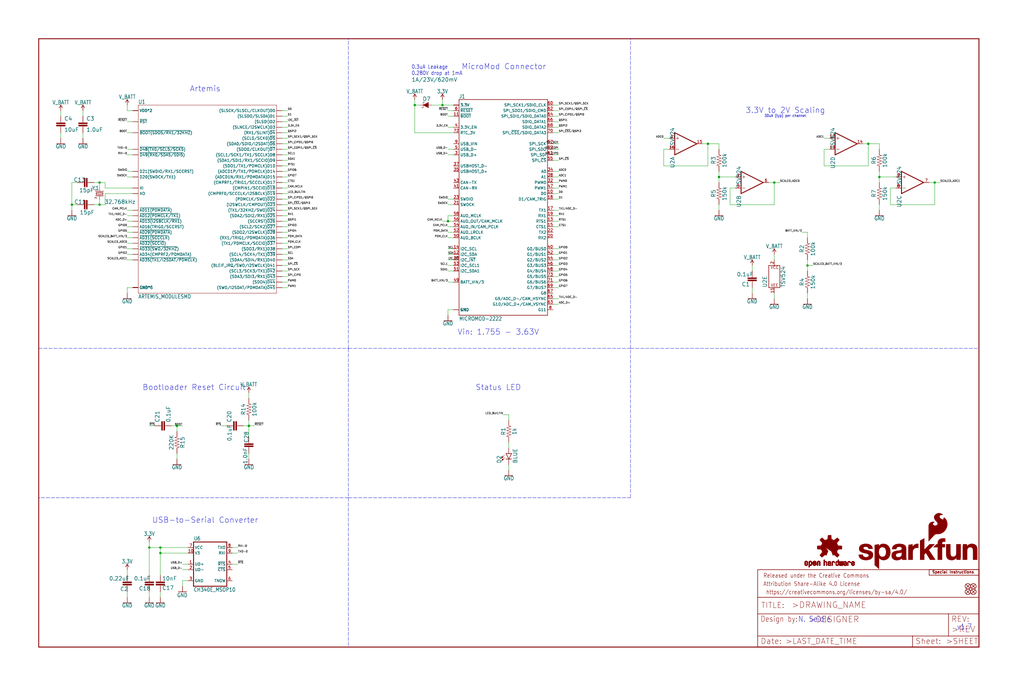
<source format=kicad_sch>
(kicad_sch (version 20211123) (generator eeschema)
  (paper "User" 470.306 317.906)
  (lib_symbols
    (symbol "schematicEagle-eagle-import:0.1UF-0402T-16V-10%"
      (property "Reference" "C" (at 1.524 2.921 0))
      (property "Value" "0.1UF-0402T-16V-10%" (at 1.524 -2.159 0))
      (symbol "0.1UF-0402T-16V-10%_1_0"
        (pin passive line (at 0 5.08 270) (length 2.54) (name "1") (number "1"))
        (pin passive line (at 0 -2.54 90) (length 2.54) (name "2") (number "2"))
      )
    )
    (symbol "schematicEagle-eagle-import:0.22UF-0402T-10V-10%"
      (property "Reference" "C" (at 1.524 2.921 0))
      (property "Value" "0.22UF-0402T-10V-10%" (at 1.524 -2.159 0))
      (symbol "0.22UF-0402T-10V-10%_1_0"
        (pin passive line (at 0 5.08 270) (length 2.54) (name "1") (number "1"))
        (pin passive line (at 0 -2.54 90) (length 2.54) (name "2") (number "2"))
      )
    )
    (symbol "schematicEagle-eagle-import:1.0NF{slash}1000PF-0402_TIGHT-50V-10%"
      (property "Reference" "C" (at 1.524 2.921 0))
      (property "Value" "1.0NF{slash}1000PF-0402_TIGHT-50V-10%" (at 1.524 -2.159 0))
      (symbol "1.0NF{slash}1000PF-0402_TIGHT-50V-10%_1_0"
        (pin passive line (at 0 5.08 270) (length 2.54) (name "1") (number "1"))
        (pin passive line (at 0 -2.54 90) (length 2.54) (name "2") (number "2"))
      )
    )
    (symbol "schematicEagle-eagle-import:1.0UF-0402T-16V-10%"
      (property "Reference" "C" (at 1.524 2.921 0))
      (property "Value" "1.0UF-0402T-16V-10%" (at 1.524 -2.159 0))
      (symbol "1.0UF-0402T-16V-10%_1_0"
        (pin passive line (at 0 5.08 270) (length 2.54) (name "1") (number "1"))
        (pin passive line (at 0 -2.54 90) (length 2.54) (name "2") (number "2"))
      )
    )
    (symbol "schematicEagle-eagle-import:100KOHM-0402T-1{slash}16W-1%"
      (property "Reference" "R" (at 0 1.524 0))
      (property "Value" "100KOHM-0402T-1{slash}16W-1%" (at 0 -1.524 0))
      (symbol "100KOHM-0402T-1{slash}16W-1%_1_0"
        (pin passive line (at -5.08 0 0) (length 2.54) (name "1") (number "1"))
        (pin passive line (at 5.08 0 180) (length 2.54) (name "2") (number "2"))
      )
    )
    (symbol "schematicEagle-eagle-import:10NF-0402T-25V-10%"
      (property "Reference" "C" (at 1.524 2.921 0))
      (property "Value" "10NF-0402T-25V-10%" (at 1.524 -2.159 0))
      (symbol "10NF-0402T-25V-10%_1_0"
        (pin passive line (at 0 5.08 270) (length 2.54) (name "1") (number "1"))
        (pin passive line (at 0 -2.54 90) (length 2.54) (name "2") (number "2"))
      )
    )
    (symbol "schematicEagle-eagle-import:10UF-0603-6.3V-20%"
      (property "Reference" "C" (at 1.524 2.921 0))
      (property "Value" "10UF-0603-6.3V-20%" (at 1.524 -2.159 0))
      (symbol "10UF-0603-6.3V-20%_1_0"
        (pin passive line (at 0 5.08 270) (length 2.54) (name "1") (number "1"))
        (pin passive line (at 0 -2.54 90) (length 2.54) (name "2") (number "2"))
      )
    )
    (symbol "schematicEagle-eagle-import:150KOHM-0402T-1{slash}16W-1%"
      (property "Reference" "R" (at 0 1.524 0))
      (property "Value" "150KOHM-0402T-1{slash}16W-1%" (at 0 -1.524 0))
      (symbol "150KOHM-0402T-1{slash}16W-1%_1_0"
        (pin passive line (at -5.08 0 0) (length 2.54) (name "1") (number "1"))
        (pin passive line (at 5.08 0 180) (length 2.54) (name "2") (number "2"))
      )
    )
    (symbol "schematicEagle-eagle-import:15PF-0402T-50V-5%"
      (property "Reference" "C" (at 1.524 2.921 0))
      (property "Value" "15PF-0402T-50V-5%" (at 1.524 -2.159 0))
      (symbol "15PF-0402T-50V-5%_1_0"
        (pin passive line (at 0 5.08 270) (length 2.54) (name "1") (number "1"))
        (pin passive line (at 0 -2.54 90) (length 2.54) (name "2") (number "2"))
      )
    )
    (symbol "schematicEagle-eagle-import:1KOHM-0402T-1{slash}16W-1%"
      (property "Reference" "R" (at 0 1.524 0))
      (property "Value" "1KOHM-0402T-1{slash}16W-1%" (at 0 -1.524 0))
      (symbol "1KOHM-0402T-1{slash}16W-1%_1_0"
        (pin passive line (at -5.08 0 0) (length 2.54) (name "1") (number "1"))
        (pin passive line (at 5.08 0 180) (length 2.54) (name "2") (number "2"))
      )
    )
    (symbol "schematicEagle-eagle-import:220KOHM-0402T-1{slash}16W-1%"
      (property "Reference" "R" (at 0 1.524 0))
      (property "Value" "220KOHM-0402T-1{slash}16W-1%" (at 0 -1.524 0))
      (symbol "220KOHM-0402T-1{slash}16W-1%_1_0"
        (pin passive line (at -5.08 0 0) (length 2.54) (name "1") (number "1"))
        (pin passive line (at 5.08 0 180) (length 2.54) (name "2") (number "2"))
      )
    )
    (symbol "schematicEagle-eagle-import:3.3V" (power)
      (property "Value" "3.3V" (at 0 2.794 0))
      (symbol "3.3V_1_0"
        (pin power_in line (at 0 0 90) (length 2.54) (name "3.3V") (number "1"))
      )
    )
    (symbol "schematicEagle-eagle-import:ARTEMIS_MODULESMD"
      (property "Reference" "U" (at -30.48 41.148 0))
      (property "Value" "ARTEMIS_MODULESMD" (at -30.48 -48.26 0))
      (symbol "ARTEMIS_MODULESMD_1_0"
        (pin bidirectional line (at -33.02 -15.24 0) (length 2.54) (name "AD16(TRIG0/SCCRST)") (number "AD16"))
        (pin bidirectional line (at -33.02 -27.94 0) (length 2.54) (name "AD34(CMPRF2/PDMDATA)") (number "AD34"))
        (pin bidirectional line (at -33.02 27.94 0) (length 2.54) (name "~{BOOT(SDO5/RX1/32KHZ})") (number "BOOT"))
        (pin bidirectional line (at 35.56 38.1 180) (length 2.54) (name "(SLSCK/SLSCL/CLKOUT)D0") (number "D0"))
        (pin bidirectional line (at 35.56 35.56 180) (length 2.54) (name "(SLSDO/SLSDA)D1") (number "D1"))
        (pin bidirectional line (at 35.56 12.7 180) (length 2.54) (name "(SDO1/TX1/PDMCLK)D10") (number "D10"))
        (pin bidirectional line (at 35.56 10.16 180) (length 2.54) (name "(ADCD1P/TX1/PDMCLK)D14") (number "D14"))
        (pin bidirectional line (at 35.56 7.62 180) (length 2.54) (name "(ADCD1N/RX1/PDMDATA)D15") (number "D15"))
        (pin bidirectional line (at 35.56 5.08 180) (length 2.54) (name "(CMPRF1/TRIG1/SCCCLK)D17") (number "D17"))
        (pin bidirectional line (at 35.56 33.02 180) (length 2.54) (name "(SLSDI)D2") (number "D2"))
        (pin bidirectional line (at 35.56 30.48 180) (length 2.54) (name "(SLNCE/I2SWCLK)D3") (number "D3"))
        (pin bidirectional line (at 35.56 -20.32 180) (length 2.54) (name "(RX1/TRIG1/PDMDATA)D36") (number "D36"))
        (pin bidirectional line (at 35.56 -25.4 180) (length 2.54) (name "(SDO3/RX1)D38") (number "D38"))
        (pin bidirectional line (at 35.56 -30.48 180) (length 2.54) (name "(SDA4/SDI4/RX1)D40") (number "D40"))
        (pin bidirectional line (at 35.56 -33.02 180) (length 2.54) (name "(BLEIF_IRQ/SWO/I2SWCLK)D41") (number "D41"))
        (pin bidirectional line (at 35.56 20.32 180) (length 2.54) (name "(SDO0/CLKOUT)~{D7}") (number "D7"))
        (pin bidirectional line (at 35.56 17.78 180) (length 2.54) (name "(SCL1/SCK1/TX1/SCCLK)D8") (number "D8"))
        (pin bidirectional line (at 35.56 15.24 180) (length 2.54) (name "(SDA1/SDI1/RX1/SCCIO)D9") (number "D9"))
        (pin bidirectional line (at -33.02 -43.18 0) (length 2.54) (name "GND*6") (number "GND@1"))
        (pin bidirectional line (at -33.02 -43.18 0) (length 2.54) (name "GND*6") (number "GND@22"))
        (pin bidirectional line (at -33.02 -43.18 0) (length 2.54) (name "GND*6") (number "GND@38"))
        (pin bidirectional line (at -33.02 -43.18 0) (length 2.54) (name "GND*6") (number "GND@39"))
        (pin bidirectional line (at -33.02 -43.18 0) (length 2.54) (name "GND*6") (number "GND@47"))
        (pin bidirectional line (at -33.02 -43.18 0) (length 2.54) (name "GND*6") (number "GND@59"))
        (pin bidirectional line (at -33.02 17.78 0) (length 2.54) (name "~{D49(RX0/SDA5/SDI5})") (number "RXI-0"))
        (pin bidirectional line (at -33.02 7.62 0) (length 2.54) (name "D20(SWDCK/TX1)") (number "SWDCK"))
        (pin bidirectional line (at -33.02 10.16 0) (length 2.54) (name "D21(SWDIO/RX1/SCCRST)") (number "SWDIO"))
        (pin bidirectional line (at -33.02 20.32 0) (length 2.54) (name "~{D48(TX0/SCL5/SCK5})") (number "TXO-0"))
        (pin bidirectional line (at -33.02 38.1 0) (length 2.54) (name "VDD*2") (number "VDD@36"))
        (pin bidirectional line (at -33.02 38.1 0) (length 2.54) (name "VDD*2") (number "VDD@37"))
        (pin bidirectional line (at -33.02 2.54 0) (length 2.54) (name "XI") (number "XI"))
        (pin bidirectional line (at -33.02 0 0) (length 2.54) (name "XO") (number "XO"))
        (pin bidirectional line (at -33.02 -7.62 0) (length 2.54) (name "~{AD11(PDMDATA})") (number "~AD11"))
        (pin bidirectional line (at -33.02 -10.16 0) (length 2.54) (name "~{AD12(PDMCLK/TX1})") (number "~AD12"))
        (pin bidirectional line (at -33.02 -12.7 0) (length 2.54) (name "~{AD13(I2SBCLK/RX1})") (number "~AD13"))
        (pin bidirectional line (at -33.02 -17.78 0) (length 2.54) (name "~{AD29(PDMDATA})") (number "~AD29"))
        (pin bidirectional line (at -33.02 -20.32 0) (length 2.54) (name "~{AD31(SCCCLK})") (number "~AD31"))
        (pin bidirectional line (at -33.02 -22.86 0) (length 2.54) (name "~{AD32(SCCIO})") (number "~AD32"))
        (pin bidirectional line (at -33.02 -25.4 0) (length 2.54) (name "~{AD33(SWO/32KHZ})") (number "~AD33/SWO"))
        (pin bidirectional line (at -33.02 -30.48 0) (length 2.54) (name "~{AD35(TX1/I2SDAT/PDMCLK})") (number "~AD35"))
        (pin bidirectional line (at 35.56 2.54 180) (length 2.54) (name "(CMPIN1/SCCIO)~{D18}") (number "~D18"))
        (pin bidirectional line (at 35.56 0 180) (length 2.54) (name "(CMPRF0/SCCCLK/I2SBCLK)~{D19}") (number "~D19"))
        (pin bidirectional line (at 35.56 -2.54 180) (length 2.54) (name "(PDMCLK/SWO)~{D22}") (number "~D22"))
        (pin bidirectional line (at 35.56 -5.08 180) (length 2.54) (name "(I2SWCLK/CMPOUT)~{D23}") (number "~D23"))
        (pin bidirectional line (at 35.56 -7.62 180) (length 2.54) (name "(TX1/32KHZ/SWO)~{D24}") (number "~D24"))
        (pin bidirectional line (at 35.56 -10.16 180) (length 2.54) (name "(SDA2/SDI2/RX1)~{D25}") (number "~D25"))
        (pin bidirectional line (at 35.56 -12.7 180) (length 2.54) (name "(SCCRST)~{D26}") (number "~D26"))
        (pin bidirectional line (at 35.56 -15.24 180) (length 2.54) (name "(SCL2/SCK2)~{D27}") (number "~D27"))
        (pin bidirectional line (at 35.56 -17.78 180) (length 2.54) (name "(SDO2/I2SWCLK)~{D28}") (number "~D28"))
        (pin bidirectional line (at 35.56 -22.86 180) (length 2.54) (name "(TX1/PDMCLK/SCCIO)~{D37}") (number "~D37"))
        (pin bidirectional line (at 35.56 -27.94 180) (length 2.54) (name "(SCL4/SCK4/TX1)~{D39}") (number "~D39"))
        (pin bidirectional line (at 35.56 27.94 180) (length 2.54) (name "(RX1/SLINT)~{D4}") (number "~D4"))
        (pin bidirectional line (at 35.56 -35.56 180) (length 2.54) (name "(SCL3/SCK3/TX1)~{D42}") (number "~D42"))
        (pin bidirectional line (at 35.56 -38.1 180) (length 2.54) (name "(SDA3/SDI3/RX1)~{D43}") (number "~D43"))
        (pin bidirectional line (at 35.56 -40.64 180) (length 2.54) (name "(SDO4)~{D44}") (number "~D44"))
        (pin bidirectional line (at 35.56 -43.18 180) (length 2.54) (name "(SWO/I2SDAT/PDMDATA)~{D45}") (number "~D45"))
        (pin bidirectional line (at 35.56 25.4 180) (length 2.54) (name "(SCL0/SCK0)~{D5}") (number "~D5"))
        (pin bidirectional line (at 35.56 22.86 180) (length 2.54) (name "(SDA0/SDI0/I2SDAT)~{D6}") (number "~D6"))
        (pin bidirectional line (at -33.02 33.02 0) (length 2.54) (name "~{RST}") (number "~RST"))
      )
    )
    (symbol "schematicEagle-eagle-import:CH340E_MSOP10"
      (property "Reference" "U" (at -7.62 10.795 0))
      (property "Value" "CH340E_MSOP10" (at -7.62 -12.7 0))
      (symbol "CH340E_MSOP10_1_0"
        (pin bidirectional line (at -10.16 0 0) (length 2.54) (name "UD+") (number "1"))
        (pin bidirectional line (at -10.16 5.08 0) (length 2.54) (name "V3") (number "10"))
        (pin bidirectional line (at -10.16 -2.54 0) (length 2.54) (name "UD-") (number "2"))
        (pin bidirectional line (at -10.16 -7.62 0) (length 2.54) (name "GND") (number "3"))
        (pin bidirectional line (at 10.16 0 180) (length 2.54) (name "~{RTS}") (number "4"))
        (pin bidirectional line (at 10.16 -2.54 180) (length 2.54) (name "~{CTS}") (number "5"))
        (pin bidirectional line (at 10.16 -7.62 180) (length 2.54) (name "TNOW") (number "6"))
        (pin bidirectional line (at -10.16 7.62 0) (length 2.54) (name "VCC") (number "7"))
        (pin bidirectional line (at 10.16 7.62 180) (length 2.54) (name "TXO") (number "8"))
        (pin bidirectional line (at 10.16 5.08 180) (length 2.54) (name "RXI") (number "9"))
      )
    )
    (symbol "schematicEagle-eagle-import:CRYSTAL-32.768KHZSMD-3.2X1.5"
      (property "Reference" "Y" (at 0 2.032 0))
      (property "Value" "CRYSTAL-32.768KHZSMD-3.2X1.5" (at 0 -2.032 0))
      (symbol "CRYSTAL-32.768KHZSMD-3.2X1.5_1_0"
        (text "1" (at -2.159 -1.143 0) (effects (font (size 0.8636 0.734)) (justify left bottom)))
        (text "2" (at 1.524 -1.143 0) (effects (font (size 0.8636 0.734)) (justify left bottom)))
        (pin passive line (at -2.54 0 0) (length 0) (name "1") (number "P$1"))
        (pin passive line (at 2.54 0 180) (length 0) (name "2") (number "P$2"))
      )
    )
    (symbol "schematicEagle-eagle-import:DIODE-SCHOTTKY-BAT20J"
      (property "Reference" "D" (at -2.54 2.032 0))
      (property "Value" "DIODE-SCHOTTKY-BAT20J" (at -2.54 -2.032 0))
      (symbol "DIODE-SCHOTTKY-BAT20J_1_0"
        (pin passive line (at -2.54 0 0) (length 0) (name "A") (number "A"))
        (pin passive line (at 2.54 0 180) (length 0) (name "C") (number "C"))
      )
    )
    (symbol "schematicEagle-eagle-import:FIDUCIALUFIDUCIAL")
    (symbol "schematicEagle-eagle-import:FRAME-LEDGER"
      (symbol "FRAME-LEDGER_2_0"
        (text " https://creativecommons.org/licenses/by-sa/4.0/" (at 2.54 24.13 0) (effects (font (size 1.9304 1.6408)) (justify left bottom)))
        (text ">DESIGNER" (at 23.114 11.176 0) (effects (font (size 2.7432 2.7432)) (justify left bottom)))
        (text ">DRAWING_NAME" (at 15.494 17.78 0) (effects (font (size 2.7432 2.7432)) (justify left bottom)))
        (text ">LAST_DATE_TIME" (at 12.7 1.27 0) (effects (font (size 2.54 2.54)) (justify left bottom)))
        (text ">REV" (at 88.9 6.604 0) (effects (font (size 2.7432 2.7432)) (justify left bottom)))
        (text ">SHEET" (at 86.36 1.27 0) (effects (font (size 2.54 2.54)) (justify left bottom)))
        (text "Attribution Share-Alike 4.0 License" (at 2.54 27.94 0) (effects (font (size 1.9304 1.6408)) (justify left bottom)))
        (text "Date:" (at 1.27 1.27 0) (effects (font (size 2.54 2.54)) (justify left bottom)))
        (text "Design by:" (at 1.27 11.43 0) (effects (font (size 2.54 2.159)) (justify left bottom)))
        (text "Released under the Creative Commons" (at 2.54 31.75 0) (effects (font (size 1.9304 1.6408)) (justify left bottom)))
        (text "REV:" (at 88.9 11.43 0) (effects (font (size 2.54 2.54)) (justify left bottom)))
        (text "Sheet:" (at 72.39 1.27 0) (effects (font (size 2.54 2.54)) (justify left bottom)))
        (text "TITLE:" (at 1.524 17.78 0) (effects (font (size 2.54 2.54)) (justify left bottom)))
      )
    )
    (symbol "schematicEagle-eagle-import:GND" (power)
      (property "Value" "GND" (at 0 -0.254 0))
      (symbol "GND_1_0"
        (pin power_in line (at 0 2.54 270) (length 2.54) (name "GND") (number "1"))
      )
    )
    (symbol "schematicEagle-eagle-import:LED-BLUE0603"
      (property "Reference" "D" (at -3.429 -4.572 90))
      (property "Value" "LED-BLUE0603" (at 1.905 -4.572 90))
      (symbol "LED-BLUE0603_1_0"
        (pin passive line (at 0 2.54 270) (length 2.54) (name "A") (number "A"))
        (pin passive line (at 0 -5.08 90) (length 2.54) (name "C") (number "C"))
      )
    )
    (symbol "schematicEagle-eagle-import:MICROMOD-2222"
      (property "Reference" "J" (at -20.32 53.848 0))
      (property "Value" "MICROMOD-2222" (at -20.32 -48.26 0))
      (symbol "MICROMOD-2222_1_0"
        (pin bidirectional line (at -22.86 -43.18 0) (length 2.54) (name "GND") (number "1"))
        (pin bidirectional line (at 22.86 10.16 180) (length 2.54) (name "D0") (number "10"))
        (pin bidirectional line (at -22.86 45.72 0) (length 2.54) (name "~{BOOT}") (number "11"))
        (pin bidirectional line (at -22.86 -17.78 0) (length 2.54) (name "I2C_SDA") (number "12"))
        (pin bidirectional line (at 22.86 -2.54 180) (length 2.54) (name "RTS1") (number "13"))
        (pin bidirectional line (at -22.86 -15.24 0) (length 2.54) (name "I2C_SCL") (number "14"))
        (pin bidirectional line (at 22.86 -5.08 180) (length 2.54) (name "CTS1") (number "15"))
        (pin bidirectional line (at -22.86 -20.32 0) (length 2.54) (name "I2C_~{INT}") (number "16"))
        (pin bidirectional line (at 22.86 2.54 180) (length 2.54) (name "TX1") (number "17"))
        (pin bidirectional line (at 22.86 7.62 180) (length 2.54) (name "D1/CAM_TRIG") (number "18"))
        (pin bidirectional line (at 22.86 0 180) (length 2.54) (name "RX1") (number "19"))
        (pin bidirectional line (at -22.86 50.8 0) (length 2.54) (name "3.3V") (number "2"))
        (pin bidirectional line (at 22.86 -10.16 180) (length 2.54) (name "RX2") (number "20"))
        (pin bidirectional line (at -22.86 5.08 0) (length 2.54) (name "SWDCK") (number "21"))
        (pin bidirectional line (at 22.86 -7.62 180) (length 2.54) (name "TX2") (number "22"))
        (pin bidirectional line (at -22.86 7.62 0) (length 2.54) (name "SWDIO") (number "23"))
        (pin bidirectional line (at -22.86 27.94 0) (length 2.54) (name "USB_D+") (number "3"))
        (pin bidirectional line (at 22.86 15.24 180) (length 2.54) (name "PWM0") (number "32"))
        (pin bidirectional line (at -22.86 -43.18 0) (length 2.54) (name "GND") (number "33"))
        (pin bidirectional line (at 22.86 20.32 180) (length 2.54) (name "A0") (number "34"))
        (pin bidirectional line (at -22.86 20.32 0) (length 2.54) (name "USBHOST_D+") (number "35"))
        (pin bidirectional line (at -22.86 -43.18 0) (length 2.54) (name "GND") (number "36"))
        (pin bidirectional line (at -22.86 22.86 0) (length 2.54) (name "USBHOST_D-") (number "37"))
        (pin bidirectional line (at 22.86 17.78 180) (length 2.54) (name "A1") (number "38"))
        (pin bidirectional line (at -22.86 -43.18 0) (length 2.54) (name "GND") (number "39"))
        (pin bidirectional line (at -22.86 40.64 0) (length 2.54) (name "3.3V_EN") (number "4"))
        (pin bidirectional line (at 22.86 -15.24 180) (length 2.54) (name "G0/BUS0") (number "40"))
        (pin bidirectional line (at -22.86 12.7 0) (length 2.54) (name "CAN-RX") (number "41"))
        (pin bidirectional line (at 22.86 -17.78 180) (length 2.54) (name "G1/BUS1") (number "42"))
        (pin bidirectional line (at -22.86 15.24 0) (length 2.54) (name "CAN-TX") (number "43"))
        (pin bidirectional line (at 22.86 -20.32 180) (length 2.54) (name "G2/BUS2") (number "44"))
        (pin bidirectional line (at -22.86 -43.18 0) (length 2.54) (name "GND") (number "45"))
        (pin bidirectional line (at 22.86 -22.86 180) (length 2.54) (name "G3/BUS3") (number "46"))
        (pin bidirectional line (at 22.86 12.7 180) (length 2.54) (name "PWM1") (number "47"))
        (pin bidirectional line (at 22.86 -25.4 180) (length 2.54) (name "G4/BUS4") (number "48"))
        (pin bidirectional line (at -22.86 -30.48 0) (length 2.54) (name "BATT_VIN/3") (number "49"))
        (pin bidirectional line (at -22.86 30.48 0) (length 2.54) (name "USB_D-") (number "5"))
        (pin bidirectional line (at -22.86 -10.16 0) (length 2.54) (name "AUD_BCLK") (number "50"))
        (pin bidirectional line (at -22.86 -25.4 0) (length 2.54) (name "I2C_SDA1") (number "51"))
        (pin bidirectional line (at -22.86 -7.62 0) (length 2.54) (name "AUD_LRCLK") (number "52"))
        (pin bidirectional line (at -22.86 -22.86 0) (length 2.54) (name "I2C_SCL1") (number "53"))
        (pin bidirectional line (at -22.86 -5.08 0) (length 2.54) (name "AUD_IN/CAM_PCLK") (number "54"))
        (pin bidirectional line (at 22.86 25.4 180) (length 2.54) (name "SPI_~{CS}") (number "55"))
        (pin bidirectional line (at -22.86 -2.54 0) (length 2.54) (name "AUD_OUT/CAM_MCLK") (number "56"))
        (pin bidirectional line (at 22.86 33.02 180) (length 2.54) (name "SPI_SCK") (number "57"))
        (pin bidirectional line (at -22.86 0 0) (length 2.54) (name "AUD_MCLK") (number "58"))
        (pin bidirectional line (at 22.86 30.48 180) (length 2.54) (name "SPI_SDO") (number "59"))
        (pin bidirectional line (at -22.86 48.26 0) (length 2.54) (name "~{RESET}") (number "6"))
        (pin bidirectional line (at 22.86 50.8 180) (length 2.54) (name "SPI_SCK1/SDIO_CLK") (number "60"))
        (pin bidirectional line (at 22.86 27.94 180) (length 2.54) (name "SPI_SDI") (number "61"))
        (pin bidirectional line (at 22.86 48.26 180) (length 2.54) (name "SPI_SDO1/SDIO_CMD") (number "62"))
        (pin bidirectional line (at 22.86 -40.64 180) (length 2.54) (name "G10/ADC_D+/CAM_VSYNC") (number "63"))
        (pin bidirectional line (at 22.86 45.72 180) (length 2.54) (name "SPI_SDI1/SDIO_DATA0") (number "64"))
        (pin bidirectional line (at 22.86 -38.1 180) (length 2.54) (name "G9/ADC_D-/CAM_HSYNC") (number "65"))
        (pin bidirectional line (at 22.86 43.18 180) (length 2.54) (name "SDIO_DATA1") (number "66"))
        (pin bidirectional line (at 22.86 -35.56 180) (length 2.54) (name "G8") (number "67"))
        (pin bidirectional line (at 22.86 40.64 180) (length 2.54) (name "SDIO_DATA2") (number "68"))
        (pin bidirectional line (at 22.86 -33.02 180) (length 2.54) (name "G7/BUS7") (number "69"))
        (pin bidirectional line (at -22.86 -43.18 0) (length 2.54) (name "GND") (number "7"))
        (pin bidirectional line (at 22.86 38.1 180) (length 2.54) (name "SPI_~{CS1}/SDIO_DATA3") (number "70"))
        (pin bidirectional line (at 22.86 -30.48 180) (length 2.54) (name "G6/BUS6") (number "71"))
        (pin bidirectional line (at -22.86 38.1 0) (length 2.54) (name "RTC_3V") (number "72"))
        (pin bidirectional line (at 22.86 -27.94 180) (length 2.54) (name "G5/BUS5") (number "73"))
        (pin bidirectional line (at -22.86 50.8 0) (length 2.54) (name "3.3V") (number "74"))
        (pin bidirectional line (at -22.86 -43.18 0) (length 2.54) (name "GND") (number "75"))
        (pin bidirectional line (at 22.86 -43.18 180) (length 2.54) (name "G11") (number "8"))
        (pin bidirectional line (at -22.86 33.02 0) (length 2.54) (name "USB_VIN") (number "9"))
        (pin bidirectional line (at -22.86 -43.18 0) (length 2.54) (name "GND") (number "GND1"))
        (pin bidirectional line (at -22.86 -43.18 0) (length 2.54) (name "GND") (number "GND2"))
        (pin bidirectional line (at -22.86 -43.18 0) (length 2.54) (name "GND") (number "GND3"))
      )
    )
    (symbol "schematicEagle-eagle-import:OSHW-LOGOMINI")
    (symbol "schematicEagle-eagle-import:SFE_LOGO_FLAME.1_INCH")
    (symbol "schematicEagle-eagle-import:SFE_LOGO_NAME_FLAME.1_INCH")
    (symbol "schematicEagle-eagle-import:SPECIAL_INSTRUCTIONS-ORDERING"
      (symbol "SPECIAL_INSTRUCTIONS-ORDERING_1_0"
        (text "Special Instructions" (at 1.27 0.6985 0) (effects (font (size 1.27 1.27) (thickness 0.254) bold) (justify left bottom)))
      )
    )
    (symbol "schematicEagle-eagle-import:TSV524"
      (property "Reference" "U" (at -3.302 -5.08 90))
      (property "Value" "TSV524" (at 5.08 -5.08 90))
      (symbol "TSV524_1_0"
        (pin input line (at -7.62 -2.54 0) (length 2.54) (name "+IN") (number "1"))
        (pin output line (at 7.62 0 180) (length 2.54) (name "OUT") (number "15"))
        (pin input line (at -7.62 2.54 0) (length 2.54) (name "-IN") (number "16"))
      )
      (symbol "TSV524_2_0"
        (pin input line (at -7.62 -2.54 0) (length 2.54) (name "+IN") (number "4"))
        (pin input line (at -7.62 2.54 0) (length 2.54) (name "-IN") (number "5"))
        (pin output line (at 7.62 0 180) (length 2.54) (name "OUT") (number "6"))
      )
      (symbol "TSV524_3_0"
        (pin output line (at 7.62 0 180) (length 2.54) (name "OUT") (number "7"))
        (pin input line (at -7.62 2.54 0) (length 2.54) (name "-IN") (number "8"))
        (pin input line (at -7.62 -2.54 0) (length 2.54) (name "+IN") (number "9"))
      )
      (symbol "TSV524_4_0"
        (pin input line (at -7.62 -2.54 0) (length 2.54) (name "+IN") (number "12"))
        (pin input line (at -7.62 2.54 0) (length 2.54) (name "-IN") (number "13"))
        (pin output line (at 7.62 0 180) (length 2.54) (name "OUT") (number "14"))
      )
      (symbol "TSV524_5_0"
        (text "VCC" (at 0.127 3.429 0) (effects (font (size 1.27 1.27)) (justify bottom)))
        (text "VEE" (at 0.127 -4.699 0) (effects (font (size 1.27 1.27)) (justify bottom)))
        (pin bidirectional line (at 0 -7.62 90) (length 2.54) (name "V-") (number "11"))
        (pin bidirectional line (at 0 7.62 270) (length 2.54) (name "V+") (number "2"))
      )
    )
    (symbol "schematicEagle-eagle-import:V_BATT" (power)
      (property "Value" "V_BATT" (at 0 2.794 0))
      (symbol "V_BATT_1_0"
        (pin power_in line (at 0 0 90) (length 2.54) (name "V_BATT") (number "1"))
      )
    )
  )
  (junction (at 429.26 83.82))
  (junction (at 190.5 48.26))
  (junction (at 205.74 101.6))
  (junction (at 33.02 93.98))
  (junction (at 73.66 254))
  (junction (at 203.2 48.26))
  (junction (at 330.2 81.28))
  (junction (at 325.12 66.04))
  (junction (at 398.78 66.04))
  (junction (at 114.3 195.58))
  (junction (at 45.72 93.98))
  (junction (at 370.84 121.92))
  (junction (at 45.72 83.82))
  (junction (at 355.6 83.82))
  (junction (at 68.58 251.46))
  (junction (at 73.66 251.46))
  (junction (at 403.86 81.28))
  (junction (at 81.28 195.58))
  (wire (pts (xy 129.54 63.5) (xy 132.08 63.5)))
  (wire (pts (xy 60.96 60.96) (xy 58.42 60.96)))
  (wire (pts (xy 27.94 50.8) (xy 27.94 53.34)))
  (wire (pts (xy 254 116.84) (xy 256.54 116.84)))
  (wire (pts (xy 116.84 195.58) (xy 114.3 195.58)))
  (wire (pts (xy 129.54 58.42) (xy 132.08 58.42)))
  (wire (pts (xy 254 50.8) (xy 256.54 50.8)))
  (wire (pts (xy 203.2 45.72) (xy 203.2 48.26)))
  (wire (pts (xy 370.84 121.92) (xy 373.38 121.92)))
  (wire (pts (xy 403.86 96.52) (xy 403.86 93.98)))
  (wire (pts (xy 81.28 210.82) (xy 81.28 208.28)))
  (wire (pts (xy 254 104.14) (xy 256.54 104.14)))
  (wire (pts (xy 38.1 50.8) (xy 38.1 53.34)))
  (wire (pts (xy 208.28 116.84) (xy 205.74 116.84)))
  (wire (pts (xy 45.72 93.98) (xy 48.26 93.98)))
  (wire (pts (xy 129.54 50.8) (xy 132.08 50.8)))
  (wire (pts (xy 254 66.04) (xy 256.54 66.04)))
  (polyline (pts (xy 289.56 160.02) (xy 289.56 17.78)))
  (wire (pts (xy 129.54 99.06) (xy 132.08 99.06)))
  (wire (pts (xy 304.8 76.2) (xy 325.12 76.2)))
  (wire (pts (xy 335.28 86.36) (xy 335.28 93.98)))
  (polyline (pts (xy 160.02 160.02) (xy 289.56 160.02)))
  (wire (pts (xy 254 119.38) (xy 256.54 119.38)))
  (wire (pts (xy 254 96.52) (xy 256.54 96.52)))
  (wire (pts (xy 73.66 251.46) (xy 68.58 251.46)))
  (polyline (pts (xy 289.56 160.02) (xy 449.58 160.02)))
  (wire (pts (xy 129.54 116.84) (xy 132.08 116.84)))
  (wire (pts (xy 208.28 68.58) (xy 205.74 68.58)))
  (wire (pts (xy 411.48 86.36) (xy 408.94 86.36)))
  (wire (pts (xy 58.42 50.8) (xy 58.42 48.26)))
  (wire (pts (xy 355.6 134.62) (xy 355.6 137.16)))
  (wire (pts (xy 254 48.26) (xy 256.54 48.26)))
  (wire (pts (xy 60.96 81.28) (xy 58.42 81.28)))
  (wire (pts (xy 208.28 121.92) (xy 205.74 121.92)))
  (wire (pts (xy 45.72 83.82) (xy 43.18 83.82)))
  (polyline (pts (xy 160.02 228.6) (xy 17.78 228.6)))
  (wire (pts (xy 254 60.96) (xy 256.54 60.96)))
  (wire (pts (xy 60.96 88.9) (xy 48.26 88.9)))
  (wire (pts (xy 60.96 96.52) (xy 58.42 96.52)))
  (wire (pts (xy 254 124.46) (xy 256.54 124.46)))
  (wire (pts (xy 205.74 101.6) (xy 203.2 101.6)))
  (wire (pts (xy 35.56 93.98) (xy 33.02 93.98)))
  (wire (pts (xy 429.26 83.82) (xy 431.8 83.82)))
  (wire (pts (xy 60.96 86.36) (xy 48.26 86.36)))
  (wire (pts (xy 129.54 91.44) (xy 132.08 91.44)))
  (wire (pts (xy 208.28 53.34) (xy 205.74 53.34)))
  (wire (pts (xy 60.96 114.3) (xy 58.42 114.3)))
  (wire (pts (xy 355.6 119.38) (xy 355.6 116.84)))
  (wire (pts (xy 129.54 86.36) (xy 132.08 86.36)))
  (wire (pts (xy 58.42 271.78) (xy 58.42 274.32)))
  (wire (pts (xy 129.54 68.58) (xy 132.08 68.58)))
  (wire (pts (xy 205.74 99.06) (xy 205.74 101.6)))
  (wire (pts (xy 325.12 66.04) (xy 322.58 66.04)))
  (wire (pts (xy 337.82 81.28) (xy 330.2 81.28)))
  (wire (pts (xy 254 132.08) (xy 256.54 132.08)))
  (wire (pts (xy 114.3 210.82) (xy 114.3 208.28)))
  (wire (pts (xy 129.54 104.14) (xy 132.08 104.14)))
  (wire (pts (xy 411.48 81.28) (xy 403.86 81.28)))
  (wire (pts (xy 106.68 259.08) (xy 109.22 259.08)))
  (wire (pts (xy 208.28 60.96) (xy 190.5 60.96)))
  (wire (pts (xy 381 63.5) (xy 378.46 63.5)))
  (wire (pts (xy 86.36 254) (xy 73.66 254)))
  (wire (pts (xy 129.54 76.2) (xy 132.08 76.2)))
  (wire (pts (xy 233.68 203.2) (xy 233.68 205.74)))
  (wire (pts (xy 307.34 63.5) (xy 304.8 63.5)))
  (wire (pts (xy 203.2 48.26) (xy 208.28 48.26)))
  (wire (pts (xy 48.26 88.9) (xy 48.26 93.98)))
  (wire (pts (xy 254 53.34) (xy 256.54 53.34)))
  (wire (pts (xy 60.96 116.84) (xy 58.42 116.84)))
  (wire (pts (xy 233.68 190.5) (xy 231.14 190.5)))
  (polyline (pts (xy 160.02 228.6) (xy 160.02 297.18)))
  (wire (pts (xy 129.54 73.66) (xy 132.08 73.66)))
  (polyline (pts (xy 17.78 160.02) (xy 160.02 160.02)))
  (wire (pts (xy 129.54 132.08) (xy 132.08 132.08)))
  (wire (pts (xy 353.06 83.82) (xy 355.6 83.82)))
  (wire (pts (xy 429.26 93.98) (xy 429.26 83.82)))
  (wire (pts (xy 403.86 66.04) (xy 403.86 68.58)))
  (wire (pts (xy 129.54 109.22) (xy 132.08 109.22)))
  (wire (pts (xy 129.54 60.96) (xy 132.08 60.96)))
  (wire (pts (xy 254 78.74) (xy 256.54 78.74)))
  (wire (pts (xy 86.36 251.46) (xy 73.66 251.46)))
  (wire (pts (xy 60.96 50.8) (xy 58.42 50.8)))
  (wire (pts (xy 208.28 119.38) (xy 205.74 119.38)))
  (wire (pts (xy 208.28 129.54) (xy 205.74 129.54)))
  (wire (pts (xy 129.54 66.04) (xy 132.08 66.04)))
  (wire (pts (xy 398.78 76.2) (xy 398.78 66.04)))
  (wire (pts (xy 208.28 142.24) (xy 205.74 142.24)))
  (wire (pts (xy 129.54 81.28) (xy 132.08 81.28)))
  (wire (pts (xy 83.82 266.7) (xy 83.82 269.24)))
  (wire (pts (xy 205.74 142.24) (xy 205.74 144.78)))
  (wire (pts (xy 129.54 119.38) (xy 132.08 119.38)))
  (wire (pts (xy 86.36 266.7) (xy 83.82 266.7)))
  (wire (pts (xy 129.54 96.52) (xy 132.08 96.52)))
  (wire (pts (xy 114.3 200.66) (xy 114.3 195.58)))
  (wire (pts (xy 60.96 119.38) (xy 58.42 119.38)))
  (wire (pts (xy 254 71.12) (xy 256.54 71.12)))
  (wire (pts (xy 403.86 78.74) (xy 403.86 81.28)))
  (wire (pts (xy 45.72 93.98) (xy 43.18 93.98)))
  (wire (pts (xy 111.76 195.58) (xy 114.3 195.58)))
  (wire (pts (xy 355.6 93.98) (xy 355.6 83.82)))
  (wire (pts (xy 398.78 66.04) (xy 396.24 66.04)))
  (wire (pts (xy 114.3 180.34) (xy 114.3 182.88)))
  (wire (pts (xy 254 83.82) (xy 256.54 83.82)))
  (wire (pts (xy 370.84 121.92) (xy 370.84 124.46)))
  (wire (pts (xy 190.5 60.96) (xy 190.5 48.26)))
  (wire (pts (xy 254 114.3) (xy 256.54 114.3)))
  (wire (pts (xy 129.54 114.3) (xy 132.08 114.3)))
  (wire (pts (xy 48.26 86.36) (xy 48.26 83.82)))
  (wire (pts (xy 208.28 124.46) (xy 205.74 124.46)))
  (wire (pts (xy 129.54 127) (xy 132.08 127)))
  (wire (pts (xy 254 137.16) (xy 256.54 137.16)))
  (wire (pts (xy 68.58 248.92) (xy 68.58 251.46)))
  (wire (pts (xy 60.96 78.74) (xy 58.42 78.74)))
  (polyline (pts (xy 160.02 228.6) (xy 289.56 228.6)))
  (wire (pts (xy 60.96 104.14) (xy 58.42 104.14)))
  (wire (pts (xy 330.2 81.28) (xy 330.2 83.82)))
  (wire (pts (xy 60.96 99.06) (xy 58.42 99.06)))
  (wire (pts (xy 254 91.44) (xy 256.54 91.44)))
  (wire (pts (xy 233.68 193.04) (xy 233.68 190.5)))
  (wire (pts (xy 345.44 134.62) (xy 345.44 132.08)))
  (wire (pts (xy 60.96 132.08) (xy 58.42 132.08)))
  (wire (pts (xy 208.28 50.8) (xy 205.74 50.8)))
  (wire (pts (xy 408.94 86.36) (xy 408.94 93.98)))
  (wire (pts (xy 129.54 111.76) (xy 132.08 111.76)))
  (wire (pts (xy 208.28 106.68) (xy 205.74 106.68)))
  (wire (pts (xy 106.68 254) (xy 109.22 254)))
  (wire (pts (xy 345.44 121.92) (xy 345.44 124.46)))
  (wire (pts (xy 193.04 48.26) (xy 190.5 48.26)))
  (wire (pts (xy 408.94 93.98) (xy 429.26 93.98)))
  (wire (pts (xy 426.72 83.82) (xy 429.26 83.82)))
  (wire (pts (xy 208.28 91.44) (xy 205.74 91.44)))
  (wire (pts (xy 378.46 76.2) (xy 398.78 76.2)))
  (wire (pts (xy 370.84 137.16) (xy 370.84 134.62)))
  (wire (pts (xy 307.34 68.58) (xy 304.8 68.58)))
  (wire (pts (xy 370.84 109.22) (xy 370.84 106.68)))
  (wire (pts (xy 106.68 251.46) (xy 109.22 251.46)))
  (wire (pts (xy 325.12 76.2) (xy 325.12 66.04)))
  (wire (pts (xy 60.96 101.6) (xy 58.42 101.6)))
  (wire (pts (xy 378.46 68.58) (xy 378.46 76.2)))
  (wire (pts (xy 330.2 66.04) (xy 330.2 68.58)))
  (wire (pts (xy 208.28 71.12) (xy 205.74 71.12)))
  (wire (pts (xy 60.96 55.88) (xy 58.42 55.88)))
  (wire (pts (xy 81.28 195.58) (xy 78.74 195.58)))
  (wire (pts (xy 304.8 68.58) (xy 304.8 76.2)))
  (wire (pts (xy 58.42 261.62) (xy 58.42 264.16)))
  (wire (pts (xy 129.54 121.92) (xy 132.08 121.92)))
  (wire (pts (xy 129.54 106.68) (xy 132.08 106.68)))
  (wire (pts (xy 68.58 271.78) (xy 68.58 274.32)))
  (wire (pts (xy 35.56 83.82) (xy 33.02 83.82)))
  (wire (pts (xy 81.28 198.12) (xy 81.28 195.58)))
  (wire (pts (xy 254 86.36) (xy 256.54 86.36)))
  (wire (pts (xy 254 68.58) (xy 256.54 68.58)))
  (wire (pts (xy 254 127) (xy 256.54 127)))
  (wire (pts (xy 129.54 53.34) (xy 132.08 53.34)))
  (wire (pts (xy 208.28 93.98) (xy 205.74 93.98)))
  (wire (pts (xy 38.1 60.96) (xy 38.1 63.5)))
  (wire (pts (xy 198.12 48.26) (xy 203.2 48.26)))
  (wire (pts (xy 60.96 111.76) (xy 58.42 111.76)))
  (polyline (pts (xy 160.02 160.02) (xy 160.02 17.78)))
  (wire (pts (xy 27.94 60.96) (xy 27.94 63.5)))
  (wire (pts (xy 33.02 83.82) (xy 33.02 93.98)))
  (wire (pts (xy 254 99.06) (xy 256.54 99.06)))
  (wire (pts (xy 330.2 96.52) (xy 330.2 93.98)))
  (wire (pts (xy 83.82 259.08) (xy 86.36 259.08)))
  (wire (pts (xy 370.84 106.68) (xy 368.3 106.68)))
  (wire (pts (xy 403.86 81.28) (xy 403.86 83.82)))
  (wire (pts (xy 68.58 251.46) (xy 68.58 264.16)))
  (wire (pts (xy 208.28 114.3) (xy 205.74 114.3)))
  (polyline (pts (xy 289.56 228.6) (xy 289.56 160.02)))
  (wire (pts (xy 208.28 101.6) (xy 205.74 101.6)))
  (polyline (pts (xy 160.02 160.02) (xy 160.02 228.6)))
  (wire (pts (xy 208.28 104.14) (xy 205.74 104.14)))
  (wire (pts (xy 73.66 274.32) (xy 73.66 271.78)))
  (wire (pts (xy 45.72 91.44) (xy 45.72 93.98)))
  (wire (pts (xy 254 55.88) (xy 256.54 55.88)))
  (wire (pts (xy 254 129.54) (xy 256.54 129.54)))
  (wire (pts (xy 254 101.6) (xy 256.54 101.6)))
  (wire (pts (xy 129.54 83.82) (xy 132.08 83.82)))
  (wire (pts (xy 129.54 78.74) (xy 132.08 78.74)))
  (wire (pts (xy 254 121.92) (xy 256.54 121.92)))
  (wire (pts (xy 254 139.7) (xy 256.54 139.7)))
  (wire (pts (xy 58.42 132.08) (xy 58.42 134.62)))
  (wire (pts (xy 114.3 193.04) (xy 114.3 195.58)))
  (wire (pts (xy 129.54 129.54) (xy 132.08 129.54)))
  (wire (pts (xy 190.5 45.72) (xy 190.5 48.26)))
  (wire (pts (xy 355.6 83.82) (xy 358.14 83.82)))
  (wire (pts (xy 254 81.28) (xy 256.54 81.28)))
  (wire (pts (xy 325.12 66.04) (xy 330.2 66.04)))
  (wire (pts (xy 129.54 71.12) (xy 132.08 71.12)))
  (wire (pts (xy 337.82 86.36) (xy 335.28 86.36)))
  (wire (pts (xy 233.68 215.9) (xy 233.68 213.36)))
  (wire (pts (xy 73.66 264.16) (xy 73.66 254)))
  (wire (pts (xy 129.54 124.46) (xy 132.08 124.46)))
  (wire (pts (xy 330.2 78.74) (xy 330.2 81.28)))
  (wire (pts (xy 335.28 93.98) (xy 355.6 93.98)))
  (wire (pts (xy 129.54 101.6) (xy 132.08 101.6)))
  (wire (pts (xy 33.02 93.98) (xy 33.02 96.52)))
  (wire (pts (xy 81.28 195.58) (xy 83.82 195.58)))
  (wire (pts (xy 129.54 55.88) (xy 132.08 55.88)))
  (wire (pts (xy 254 88.9) (xy 256.54 88.9)))
  (wire (pts (xy 208.28 109.22) (xy 205.74 109.22)))
  (wire (pts (xy 60.96 71.12) (xy 58.42 71.12)))
  (wire (pts (xy 129.54 93.98) (xy 132.08 93.98)))
  (wire (pts (xy 60.96 109.22) (xy 58.42 109.22)))
  (wire (pts (xy 381 68.58) (xy 378.46 68.58)))
  (wire (pts (xy 86.36 261.62) (xy 83.82 261.62)))
  (wire (pts (xy 208.28 58.42) (xy 205.74 58.42)))
  (wire (pts (xy 370.84 119.38) (xy 370.84 121.92)))
  (wire (pts (xy 254 58.42) (xy 256.54 58.42)))
  (wire (pts (xy 104.14 195.58) (xy 101.6 195.58)))
  (wire (pts (xy 60.96 68.58) (xy 58.42 68.58)))
  (wire (pts (xy 45.72 86.36) (xy 45.72 83.82)))
  (wire (pts (xy 48.26 83.82) (xy 45.72 83.82)))
  (wire (pts (xy 71.12 195.58) (xy 68.58 195.58)))
  (wire (pts (xy 60.96 106.68) (xy 58.42 106.68)))
  (wire (pts (xy 73.66 254) (xy 73.66 251.46)))
  (wire (pts (xy 254 73.66) (xy 256.54 73.66)))
  (wire (pts (xy 208.28 99.06) (xy 205.74 99.06)))
  (wire (pts (xy 129.54 88.9) (xy 132.08 88.9)))
  (wire (pts (xy 398.78 66.04) (xy 403.86 66.04)))
  (text "MicroMod Connector" (at 231.394 30.734 180) (effects (font (size 2.54 2.54))))
  (text "Status LED" (at 228.854 178.054 180) (effects (font (size 2.54 2.54))))
  (text "3.3V to 2V Scaling" (at 360.68 50.8 180) (effects (font (size 2.54 2.54))))
  (text "Vin: 1.755 - 3.63V" (at 228.854 152.654 180) (effects (font (size 2.54 2.54))))
  (text "N. Seidle" (at 366.522 286.004 180) (effects (font (size 2.54 2.159)) (justify left bottom)))
  (text "v1.7" (at 439.42 289.56 180) (effects (font (size 2.54 2.159)) (justify left bottom)))
  (text "0.3uA Leakage\n0.280V drop at 1mA" (at 188.976 34.798 180) (effects (font (size 1.778 1.5113)) (justify left bottom)))
  (text "Artemis" (at 94.234 40.894 180) (effects (font (size 2.54 2.54))))
  (text "Bootloader Reset Circuit" (at 89.154 178.054 180) (effects (font (size 2.54 2.54))))
  (text "USB-to-Serial Converter" (at 94.234 239.014 180) (effects (font (size 2.54 2.54))))
  (text "30uA (typ) per channel" (at 360.68 53.34 180) (effects (font (size 1.27 1.0795))))
  (label "SWDCK" (at 58.42 81.28 180) (effects (font (size 0.889 0.889))))
  (label "SCL1" (at 132.08 71.12 0) (effects (font (size 0.889 0.889))))
  (label "RXI-0" (at 58.42 71.12 180) (effects (font (size 0.889 0.889))))
  (label "SCALED_BATT_VIN/3" (at 373.38 121.92 0) (effects (font (size 0.889 0.889))))
  (label "TX1/ADC_D-" (at 256.54 96.52 0) (effects (font (size 0.889 0.889))))
  (label "SDA" (at 132.08 119.38 0) (effects (font (size 0.889 0.889))))
  (label "SCL" (at 205.74 114.3 0) (effects (font (size 0.889 0.889))))
  (label "PDM_CLK" (at 132.08 111.76 0) (effects (font (size 0.889 0.889))))
  (label "GPIO1" (at 58.42 114.3 180) (effects (font (size 0.889 0.889))))
  (label "SCALED_ADC0" (at 58.42 111.76 180) (effects (font (size 0.889 0.889))))
  (label "LED_BUILTIN" (at 231.14 190.5 180) (effects (font (size 0.889 0.889))))
  (label "TX1/ADC_D-" (at 58.42 99.06 180) (effects (font (size 0.889 0.889))))
  (label "GPIO3" (at 256.54 121.92 0) (effects (font (size 0.889 0.889))))
  (label "USB_D+" (at 83.82 259.08 180) (effects (font (size 0.889 0.889))))
  (label "USB_D+" (at 205.74 71.12 180) (effects (font (size 0.889 0.889))))
  (label "SPI_SCK" (at 256.54 66.04 180) (effects (font (size 0.889 0.889))))
  (label "CTS1" (at 132.08 83.82 0) (effects (font (size 0.889 0.889))))
  (label "GPIO1" (at 256.54 116.84 0) (effects (font (size 0.889 0.889))))
  (label "QSPI1" (at 256.54 55.88 0) (effects (font (size 0.889 0.889))))
  (label "BATT_VIN/3" (at 368.3 106.68 180) (effects (font (size 0.889 0.889))))
  (label "GPIO5" (at 58.42 106.68 180) (effects (font (size 0.889 0.889))))
  (label "ADC1" (at 378.46 63.5 180) (effects (font (size 0.889 0.889))))
  (label "RX1" (at 256.54 99.06 0) (effects (font (size 0.889 0.889))))
  (label "SPI_SCK" (at 132.08 124.46 0) (effects (font (size 0.889 0.889))))
  (label "PWM0" (at 256.54 83.82 0) (effects (font (size 0.889 0.889))))
  (label "GPIO0" (at 256.54 114.3 0) (effects (font (size 0.889 0.889))))
  (label "QSPI2" (at 132.08 60.96 0) (effects (font (size 0.889 0.889))))
  (label "SCL1" (at 205.74 121.92 180) (effects (font (size 0.889 0.889))))
  (label "USB_D-" (at 205.74 68.58 180) (effects (font (size 0.889 0.889))))
  (label "QSPI1" (at 132.08 101.6 0) (effects (font (size 0.889 0.889))))
  (label "~{RESET}" (at 116.84 195.58 0) (effects (font (size 0.889 0.889))))
  (label "GPIO2" (at 256.54 119.38 0) (effects (font (size 0.889 0.889))))
  (label "SCALED_BATT_VIN/3" (at 58.42 109.22 180) (effects (font (size 0.889 0.889))))
  (label "ADC0" (at 256.54 78.74 0) (effects (font (size 0.889 0.889))))
  (label "SCALED_ADC1" (at 431.8 83.82 0) (effects (font (size 0.889 0.889))))
  (label "RTS1" (at 132.08 76.2 0) (effects (font (size 0.889 0.889))))
  (label "D1" (at 256.54 91.44 0) (effects (font (size 0.889 0.889))))
  (label "GPIO6" (at 256.54 129.54 0) (effects (font (size 0.889 0.889))))
  (label "BATT_VIN/3" (at 205.74 129.54 180) (effects (font (size 0.889 0.889))))
  (label "~{RTS}" (at 68.58 195.58 0) (effects (font (size 0.889 0.889))))
  (label "RXI-0" (at 109.22 251.46 0) (effects (font (size 0.889 0.889))))
  (label "SWDCK" (at 205.74 93.98 180) (effects (font (size 0.889 0.889))))
  (label "SWDIO" (at 58.42 78.74 180) (effects (font (size 0.889 0.889))))
  (label "SPI_COPI" (at 256.54 68.58 180) (effects (font (size 0.889 0.889))))
  (label "PDM_DATA" (at 132.08 109.22 0) (effects (font (size 0.889 0.889))))
  (label "BOOT" (at 58.42 60.96 180) (effects (font (size 0.889 0.889))))
  (label "3.3V_EN" (at 132.08 58.42 0) (effects (font (size 0.889 0.889))))
  (label "SPI_COPI1/QSPI_~{CS}" (at 256.54 50.8 0) (effects (font (size 0.889 0.889))))
  (label "GPIO7" (at 256.54 132.08 0) (effects (font (size 0.889 0.889))))
  (label "SPI_~{CS1}/QSPI3" (at 132.08 93.98 0) (effects (font (size 0.889 0.889))))
  (label "ADC1" (at 256.54 81.28 0) (effects (font (size 0.889 0.889))))
  (label "TXO-0" (at 109.22 254 0) (effects (font (size 0.889 0.889))))
  (label "ADC_D+" (at 256.54 139.7 0) (effects (font (size 0.889 0.889))))
  (label "SCL" (at 132.08 116.84 0) (effects (font (size 0.889 0.889))))
  (label "SPI_CIPO1/QSPI0" (at 132.08 66.04 0) (effects (font (size 0.889 0.889))))
  (label "CAM_MCLK" (at 203.2 101.6 180) (effects (font (size 0.889 0.889))))
  (label "~{RTS}" (at 101.6 195.58 180) (effects (font (size 0.889 0.889))))
  (label "SDA" (at 205.74 116.84 0) (effects (font (size 0.889 0.889))))
  (label "GPIO6" (at 132.08 78.74 0) (effects (font (size 0.889 0.889))))
  (label "SPI_~{CS1}/QSPI3" (at 256.54 60.96 0) (effects (font (size 0.889 0.889))))
  (label "USB_D-" (at 83.82 261.62 180) (effects (font (size 0.889 0.889))))
  (label "D1" (at 132.08 53.34 0) (effects (font (size 0.889 0.889))))
  (label "GPIO7" (at 132.08 81.28 0) (effects (font (size 0.889 0.889))))
  (label "GPIO4" (at 256.54 124.46 0) (effects (font (size 0.889 0.889))))
  (label "~{RESET}" (at 58.42 55.88 180) (effects (font (size 0.889 0.889))))
  (label "TX1/ADC_D-" (at 256.54 137.16 0) (effects (font (size 0.889 0.889))))
  (label "SPI_~{CS}" (at 256.54 73.66 0) (effects (font (size 0.889 0.889))))
  (label "SPI_CIPO" (at 256.54 71.12 180) (effects (font (size 0.889 0.889))))
  (label "PWM0" (at 132.08 129.54 0) (effects (font (size 0.889 0.889))))
  (label "CAM_PCLK" (at 205.74 104.14 180) (effects (font (size 0.889 0.889))))
  (label "PWM1" (at 256.54 86.36 0) (effects (font (size 0.889 0.889))))
  (label "ADC0" (at 304.8 63.5 180) (effects (font (size 0.889 0.889))))
  (label "D0" (at 132.08 50.8 0) (effects (font (size 0.889 0.889))))
  (label "SPI_~{CS}" (at 132.08 121.92 0) (effects (font (size 0.889 0.889))))
  (label "RTS1" (at 256.54 101.6 0) (effects (font (size 0.889 0.889))))
  (label "BOOT" (at 83.82 195.58 180) (effects (font (size 0.889 0.889))))
  (label "SPI_CIPO1/QSPI0" (at 256.54 53.34 0) (effects (font (size 0.889 0.889))))
  (label "PDM_DATA" (at 205.74 106.68 180) (effects (font (size 0.889 0.889))))
  (label "~{RTS}" (at 109.22 259.08 0) (effects (font (size 0.889 0.889))))
  (label "TXO-0" (at 58.42 68.58 180) (effects (font (size 0.889 0.889))))
  (label "SCALED_ADC0" (at 358.14 83.82 0) (effects (font (size 0.889 0.889))))
  (label "ADC_D+" (at 58.42 101.6 180) (effects (font (size 0.889 0.889))))
  (label "CAM_MCLK" (at 132.08 86.36 0) (effects (font (size 0.889 0.889))))
  (label "I2C_~{INT}" (at 132.08 55.88 0) (effects (font (size 0.889 0.889))))
  (label "SDA1" (at 132.08 73.66 0) (effects (font (size 0.889 0.889))))
  (label "SCALED_ADC1" (at 58.42 119.38 180) (effects (font (size 0.889 0.889))))
  (label "GPIO2" (at 58.42 116.84 180) (effects (font (size 0.889 0.889))))
  (label "I2C_~{INT}" (at 205.74 119.38 0) (effects (font (size 0.889 0.889))))
  (label "SPI_SCK1/QSPI_SCK" (at 256.54 48.26 0) (effects (font (size 0.889 0.889))))
  (label "~{RESET}" (at 205.74 50.8 180) (effects (font (size 0.889 0.889))))
  (label "RX1" (at 132.08 99.06 0) (effects (font (size 0.889 0.889))))
  (label "GPIO4" (at 132.08 106.68 0) (effects (font (size 0.889 0.889))))
  (label "SPI_COPI" (at 132.08 114.3 0) (effects (font (size 0.889 0.889))))
  (label "GPIO0" (at 58.42 104.14 180) (effects (font (size 0.889 0.889))))
  (label "BOOT" (at 205.74 53.34 180) (effects (font (size 0.889 0.889))))
  (label "GPIO3" (at 132.08 104.14 0) (effects (font (size 0.889 0.889))))
  (label "GPIO5" (at 256.54 127 0) (effects (font (size 0.889 0.889))))
  (label "SPI_COPI1/QSPI_~{CS}" (at 132.08 68.58 0) (effects (font (size 0.889 0.889))))
  (label "CAM_PCLK" (at 58.42 96.52 180) (effects (font (size 0.889 0.889))))
  (label "LED_BUILTIN" (at 132.08 88.9 0) (effects (font (size 0.889 0.889))))
  (label "SPI_CIPO" (at 132.08 127 0) (effects (font (size 0.889 0.889))))
  (label "SPI_SCK1/QSPI_SCK" (at 132.08 96.52 0) (effects (font (size 0.889 0.889))))
  (label "D0" (at 256.54 88.9 0) (effects (font (size 0.889 0.889))))
  (label "PWM1" (at 132.08 132.08 0) (effects (font (size 0.889 0.889))))
  (label "3.3V_EN" (at 205.74 58.42 180) (effects (font (size 0.889 0.889))))
  (label "SWDIO" (at 205.74 91.44 180) (effects (font (size 0.889 0.889))))
  (label "PDM_CLK" (at 205.74 109.22 180) (effects (font (size 0.889 0.889))))
  (label "QSPI2" (at 256.54 58.42 0) (effects (font (size 0.889 0.889))))
  (label "CTS1" (at 256.54 104.14 0) (effects (font (size 0.889 0.889))))
  (label "SPI_SCK1/QSPI_SCK" (at 132.08 63.5 0) (effects (font (size 0.889 0.889))))
  (label "SPI_CIPO1/QSPI0" (at 132.08 91.44 0) (effects (font (size 0.889 0.889))))
  (label "SDA1" (at 205.74 124.46 180) (effects (font (size 0.889 0.889))))
  (symbol (lib_id "schematicEagle-eagle-import:0.22UF-0402T-10V-10%") (at 58.42 269.24 0) (unit 1)
    (property "Reference" "C2" (at 55.118 271.526 0) (effects (font (size 1.778 1.778)) (justify left bottom)))
    (property "Value" "0.22uF" (at 50.038 266.7 0) (effects (font (size 1.778 1.778)) (justify left bottom)))
    (property "Footprint" "schematicEagle:0402-TIGHT" (effects hide))
  )
  (symbol (lib_id "schematicEagle-eagle-import:GND") (at 81.28 213.36 0) (mirror y) (unit 1)
    (property "Reference" "#GND41" (effects hide))
    (property "Value" "GND" (at 81.28 213.614 0) (effects (font (size 1.778 1.5113)) (justify top)))
    (property "Footprint" "schematicEagle:" (effects hide))
  )
  (symbol (lib_id "schematicEagle-eagle-import:0.1UF-0402T-16V-10%") (at 76.2 195.58 90) (unit 1)
    (property "Reference" "C21" (at 73.279 194.056 0) (effects (font (size 1.778 1.778)) (justify left bottom)))
    (property "Value" "0.1uF" (at 78.359 194.056 0) (effects (font (size 1.778 1.778)) (justify left bottom)))
    (property "Footprint" "schematicEagle:0402-TIGHT" (effects hide))
  )
  (symbol (lib_id "schematicEagle-eagle-import:CH340E_MSOP10") (at 96.52 259.08 0) (unit 1)
    (property "Reference" "U6" (at 88.9 248.285 0) (effects (font (size 1.778 1.5113)) (justify left bottom)))
    (property "Value" "CH340E_MSOP10" (at 88.9 271.78 0) (effects (font (size 1.778 1.5113)) (justify left bottom)))
    (property "Footprint" "schematicEagle:MSOP10" (effects hide))
  )
  (symbol (lib_id "schematicEagle-eagle-import:V_BATT") (at 190.5 45.72 0) (unit 1)
    (property "Reference" "#SUPPLY8" (effects hide))
    (property "Value" "V_BATT" (at 190.5 42.926 0) (effects (font (size 1.778 1.5113)) (justify bottom)))
    (property "Footprint" "schematicEagle:" (effects hide))
  )
  (symbol (lib_id "schematicEagle-eagle-import:GND") (at 27.94 66.04 0) (unit 1)
    (property "Reference" "#GND11" (effects hide))
    (property "Value" "GND" (at 27.94 66.294 0) (effects (font (size 1.778 1.5113)) (justify top)))
    (property "Footprint" "schematicEagle:" (effects hide))
  )
  (symbol (lib_id "schematicEagle-eagle-import:TSV524") (at 345.44 83.82 0) (mirror x) (unit 2)
    (property "Reference" "U2" (at 340.36 89.662 90) (effects (font (size 1.778 1.778)) (justify left bottom)))
    (property "Value" "TSV524" (at 340.36 76.2 90) (effects (font (size 1.778 1.778)) (justify left bottom)))
    (property "Footprint" "schematicEagle:QFN-16" (effects hide))
  )
  (symbol (lib_id "schematicEagle-eagle-import:100KOHM-0402T-1{slash}16W-1%") (at 330.2 73.66 90) (unit 1)
    (property "Reference" "R3" (at 328.676 73.66 0) (effects (font (size 1.778 1.778)) (justify bottom)))
    (property "Value" "100k" (at 331.724 73.66 0) (effects (font (size 1.778 1.778)) (justify top)))
    (property "Footprint" "schematicEagle:0402-TIGHT" (effects hide))
  )
  (symbol (lib_id "schematicEagle-eagle-import:3.3V") (at 203.2 45.72 0) (unit 1)
    (property "Reference" "#SUPPLY2" (effects hide))
    (property "Value" "3.3V" (at 203.2 42.926 0) (effects (font (size 1.778 1.5113)) (justify bottom)))
    (property "Footprint" "schematicEagle:" (effects hide))
  )
  (symbol (lib_id "schematicEagle-eagle-import:150KOHM-0402T-1{slash}16W-1%") (at 403.86 88.9 90) (unit 1)
    (property "Reference" "R7" (at 402.336 88.9 0) (effects (font (size 1.778 1.778)) (justify bottom)))
    (property "Value" "150k" (at 405.384 88.9 0) (effects (font (size 1.778 1.778)) (justify top)))
    (property "Footprint" "schematicEagle:0402-TIGHT" (effects hide))
  )
  (symbol (lib_id "schematicEagle-eagle-import:15PF-0402T-50V-5%") (at 40.64 93.98 90) (unit 1)
    (property "Reference" "C11" (at 34.036 93.726 90) (effects (font (size 1.778 1.778)) (justify right top)))
    (property "Value" "15pF" (at 36.576 96.52 90) (effects (font (size 1.778 1.778)) (justify right bottom)))
    (property "Footprint" "schematicEagle:0402-TIGHT" (effects hide))
  )
  (symbol (lib_id "schematicEagle-eagle-import:TSV524") (at 355.6 127 0) (unit 5)
    (property "Reference" "U2" (at 352.298 132.08 90) (effects (font (size 1.778 1.778)) (justify left bottom)))
    (property "Value" "TSV524" (at 360.68 132.08 90) (effects (font (size 1.778 1.778)) (justify left bottom)))
    (property "Footprint" "schematicEagle:QFN-16" (effects hide))
  )
  (symbol (lib_id "schematicEagle-eagle-import:10NF-0402T-25V-10%") (at 73.66 269.24 0) (unit 1)
    (property "Reference" "C17" (at 74.422 271.018 0) (effects (font (size 1.778 1.778)) (justify left bottom)))
    (property "Value" "10nF" (at 74.422 266.7 0) (effects (font (size 1.778 1.778)) (justify left bottom)))
    (property "Footprint" "schematicEagle:0402-TIGHT" (effects hide))
  )
  (symbol (lib_id "schematicEagle-eagle-import:100KOHM-0402T-1{slash}16W-1%") (at 114.3 187.96 90) (unit 1)
    (property "Reference" "R14" (at 112.776 187.96 0) (effects (font (size 1.778 1.778)) (justify bottom)))
    (property "Value" "100k" (at 115.824 187.96 0) (effects (font (size 1.778 1.778)) (justify top)))
    (property "Footprint" "schematicEagle:0402-TIGHT" (effects hide))
  )
  (symbol (lib_id "schematicEagle-eagle-import:GND") (at 58.42 137.16 0) (unit 1)
    (property "Reference" "#GND2" (effects hide))
    (property "Value" "GND" (at 58.42 137.414 0) (effects (font (size 1.778 1.5113)) (justify top)))
    (property "Footprint" "schematicEagle:" (effects hide))
  )
  (symbol (lib_id "schematicEagle-eagle-import:ARTEMIS_MODULESMD") (at 93.98 88.9 0) (unit 1)
    (property "Reference" "U1" (at 63.5 47.752 0) (effects (font (size 1.778 1.5113)) (justify left bottom)))
    (property "Value" "ARTEMIS_MODULESMD" (at 63.5 137.16 0) (effects (font (size 1.778 1.5113)) (justify left bottom)))
    (property "Footprint" "schematicEagle:ARTEMIS_FP" (effects hide))
  )
  (symbol (lib_id "schematicEagle-eagle-import:0.1UF-0402T-16V-10%") (at 68.58 269.24 0) (unit 1)
    (property "Reference" "C18" (at 63.754 271.272 0) (effects (font (size 1.778 1.778)) (justify left bottom)))
    (property "Value" "0.1uF" (at 61.468 266.7 0) (effects (font (size 1.778 1.778)) (justify left bottom)))
    (property "Footprint" "schematicEagle:0402-TIGHT" (effects hide))
  )
  (symbol (lib_id "schematicEagle-eagle-import:FRAME-LEDGER") (at 17.78 297.18 0) (unit 1)
    (property "Reference" "FRAME1" (effects hide))
    (property "Value" "FRAME-LEDGER" (effects hide))
    (property "Footprint" "schematicEagle:CREATIVE_COMMONS" (effects hide))
  )
  (symbol (lib_id "schematicEagle-eagle-import:GND") (at 68.58 276.86 0) (unit 1)
    (property "Reference" "#GND12" (effects hide))
    (property "Value" "GND" (at 68.58 277.114 0) (effects (font (size 1.778 1.5113)) (justify top)))
    (property "Footprint" "schematicEagle:" (effects hide))
  )
  (symbol (lib_id "schematicEagle-eagle-import:15PF-0402T-50V-5%") (at 40.64 83.82 90) (unit 1)
    (property "Reference" "C13" (at 33.782 83.566 90) (effects (font (size 1.778 1.778)) (justify right top)))
    (property "Value" "15pF" (at 36.322 86.36 90) (effects (font (size 1.778 1.778)) (justify right bottom)))
    (property "Footprint" "schematicEagle:0402-TIGHT" (effects hide))
  )
  (symbol (lib_id "schematicEagle-eagle-import:150KOHM-0402T-1{slash}16W-1%") (at 330.2 88.9 90) (unit 1)
    (property "Reference" "R5" (at 328.676 88.9 0) (effects (font (size 1.778 1.778)) (justify bottom)))
    (property "Value" "150k" (at 331.724 88.9 0) (effects (font (size 1.778 1.778)) (justify top)))
    (property "Footprint" "schematicEagle:0402-TIGHT" (effects hide))
  )
  (symbol (lib_id "schematicEagle-eagle-import:FIDUCIALUFIDUCIAL") (at 447.04 271.78 0) (unit 1)
    (property "Reference" "FD1" (effects hide))
    (property "Value" "FIDUCIALUFIDUCIAL" (effects hide))
    (property "Footprint" "schematicEagle:FIDUCIAL-MICRO" (effects hide))
  )
  (symbol (lib_id "schematicEagle-eagle-import:1KOHM-0402T-1{slash}16W-1%") (at 233.68 198.12 90) (unit 1)
    (property "Reference" "R1" (at 232.156 198.12 0) (effects (font (size 1.778 1.778)) (justify bottom)))
    (property "Value" "1k" (at 235.204 198.12 0) (effects (font (size 1.778 1.778)) (justify top)))
    (property "Footprint" "schematicEagle:0402-TIGHT" (effects hide))
  )
  (symbol (lib_id "schematicEagle-eagle-import:100KOHM-0402T-1{slash}16W-1%") (at 370.84 114.3 90) (unit 1)
    (property "Reference" "R2" (at 369.316 114.3 0) (effects (font (size 1.778 1.778)) (justify bottom)))
    (property "Value" "100k" (at 372.364 114.3 0) (effects (font (size 1.778 1.778)) (justify top)))
    (property "Footprint" "schematicEagle:0402-TIGHT" (effects hide))
  )
  (symbol (lib_id "schematicEagle-eagle-import:GND") (at 355.6 139.7 0) (unit 1)
    (property "Reference" "#GND4" (effects hide))
    (property "Value" "GND" (at 355.6 139.954 0) (effects (font (size 1.778 1.5113)) (justify top)))
    (property "Footprint" "schematicEagle:" (effects hide))
  )
  (symbol (lib_id "schematicEagle-eagle-import:SPECIAL_INSTRUCTIONS-ORDERING") (at 426.72 264.16 0) (unit 1)
    (property "Reference" "LOGO4" (effects hide))
    (property "Value" "SPECIAL_INSTRUCTIONS-ORDERING" (effects hide))
    (property "Footprint" "schematicEagle:ORDERING_INSTRUCTIONS" (effects hide))
  )
  (symbol (lib_id "schematicEagle-eagle-import:3.3V") (at 68.58 248.92 0) (unit 1)
    (property "Reference" "#SUPPLY26" (effects hide))
    (property "Value" "3.3V" (at 68.58 246.126 0) (effects (font (size 1.778 1.5113)) (justify bottom)))
    (property "Footprint" "schematicEagle:" (effects hide))
  )
  (symbol (lib_id "schematicEagle-eagle-import:TSV524") (at 419.1 83.82 0) (mirror x) (unit 3)
    (property "Reference" "U2" (at 414.02 89.662 90) (effects (font (size 1.778 1.778)) (justify left bottom)))
    (property "Value" "TSV524" (at 414.02 76.2 90) (effects (font (size 1.778 1.778)) (justify left bottom)))
    (property "Footprint" "schematicEagle:QFN-16" (effects hide))
  )
  (symbol (lib_id "schematicEagle-eagle-import:GND") (at 205.74 147.32 0) (unit 1)
    (property "Reference" "#GND1" (effects hide))
    (property "Value" "GND" (at 205.74 147.574 0) (effects (font (size 1.778 1.5113)) (justify top)))
    (property "Footprint" "schematicEagle:" (effects hide))
  )
  (symbol (lib_id "schematicEagle-eagle-import:SFE_LOGO_FLAME.1_INCH") (at 426.212 248.92 0) (unit 1)
    (property "Reference" "LOGO2" (effects hide))
    (property "Value" "SFE_LOGO_FLAME.1_INCH" (effects hide))
    (property "Footprint" "schematicEagle:SFE_LOGO_FLAME_.1" (effects hide))
  )
  (symbol (lib_id "schematicEagle-eagle-import:1.0UF-0402T-16V-10%") (at 38.1 58.42 0) (unit 1)
    (property "Reference" "C3" (at 39.624 55.499 0) (effects (font (size 1.778 1.778)) (justify left bottom)))
    (property "Value" "1.0uF" (at 39.624 60.579 0) (effects (font (size 1.778 1.778)) (justify left bottom)))
    (property "Footprint" "schematicEagle:0402-TIGHT" (effects hide))
  )
  (symbol (lib_id "schematicEagle-eagle-import:100KOHM-0402T-1{slash}16W-1%") (at 403.86 73.66 90) (unit 1)
    (property "Reference" "R6" (at 402.336 73.66 0) (effects (font (size 1.778 1.778)) (justify bottom)))
    (property "Value" "100k" (at 405.384 73.66 0) (effects (font (size 1.778 1.778)) (justify top)))
    (property "Footprint" "schematicEagle:0402-TIGHT" (effects hide))
  )
  (symbol (lib_id "schematicEagle-eagle-import:FIDUCIALUFIDUCIAL") (at 447.04 269.24 0) (unit 1)
    (property "Reference" "FD4" (effects hide))
    (property "Value" "FIDUCIALUFIDUCIAL" (effects hide))
    (property "Footprint" "schematicEagle:FIDUCIAL-MICRO" (effects hide))
  )
  (symbol (lib_id "schematicEagle-eagle-import:CRYSTAL-32.768KHZSMD-3.2X1.5") (at 45.72 88.9 270) (unit 1)
    (property "Reference" "Y1" (at 43.942 87.376 90) (effects (font (size 1.778 1.778)) (justify bottom)))
    (property "Value" "32.768kHz" (at 55.118 91.694 90) (effects (font (size 1.778 1.778)) (justify top)))
    (property "Footprint" "schematicEagle:CRYSTAL-SMD-3.2X1.5MM" (effects hide))
  )
  (symbol (lib_id "schematicEagle-eagle-import:0.1UF-0402T-16V-10%") (at 109.22 195.58 90) (unit 1)
    (property "Reference" "C20" (at 106.299 194.056 0) (effects (font (size 1.778 1.778)) (justify left bottom)))
    (property "Value" "0.1uF" (at 106.426 202.692 0) (effects (font (size 1.778 1.778)) (justify left bottom)))
    (property "Footprint" "schematicEagle:0402-TIGHT" (effects hide))
  )
  (symbol (lib_id "schematicEagle-eagle-import:OSHW-LOGOMINI") (at 381 251.46 0) (unit 1)
    (property "Reference" "LOGO3" (effects hide))
    (property "Value" "OSHW-LOGOMINI" (effects hide))
    (property "Footprint" "schematicEagle:OSHW-LOGO-MINI" (effects hide))
  )
  (symbol (lib_id "schematicEagle-eagle-import:FRAME-LEDGER") (at 347.98 297.18 0) (unit 2)
    (property "Reference" "FRAME1" (effects hide))
    (property "Value" "FRAME-LEDGER" (effects hide))
    (property "Footprint" "schematicEagle:CREATIVE_COMMONS" (effects hide))
  )
  (symbol (lib_id "schematicEagle-eagle-import:GND") (at 58.42 276.86 0) (unit 1)
    (property "Reference" "#GND9" (effects hide))
    (property "Value" "GND" (at 58.42 277.114 0) (effects (font (size 1.778 1.5113)) (justify top)))
    (property "Footprint" "schematicEagle:" (effects hide))
  )
  (symbol (lib_id "schematicEagle-eagle-import:1.0NF{slash}1000PF-0402_TIGHT-50V-10%") (at 114.3 205.74 0) (mirror y) (unit 1)
    (property "Reference" "C28" (at 112.141 203.454 90) (effects (font (size 1.778 1.778)) (justify left bottom)))
    (property "Value" "1.0nF" (at 113.665 205.486 90) (effects (font (size 1.778 1.778)) (justify right top)))
    (property "Footprint" "schematicEagle:0402-TIGHT" (effects hide))
  )
  (symbol (lib_id "schematicEagle-eagle-import:V_BATT") (at 27.94 50.8 0) (unit 1)
    (property "Reference" "#SUPPLY4" (effects hide))
    (property "Value" "V_BATT" (at 27.94 48.006 0) (effects (font (size 1.778 1.5113)) (justify bottom)))
    (property "Footprint" "schematicEagle:" (effects hide))
  )
  (symbol (lib_id "schematicEagle-eagle-import:GND") (at 83.82 271.78 0) (unit 1)
    (property "Reference" "#GND38" (effects hide))
    (property "Value" "GND" (at 81.28 274.32 0) (effects (font (size 1.778 1.5113)) (justify left bottom)))
    (property "Footprint" "schematicEagle:" (effects hide))
  )
  (symbol (lib_id "schematicEagle-eagle-import:V_BATT") (at 345.44 121.92 0) (unit 1)
    (property "Reference" "#SUPPLY10" (effects hide))
    (property "Value" "V_BATT" (at 345.44 119.126 0) (effects (font (size 1.778 1.5113)) (justify bottom)))
    (property "Footprint" "schematicEagle:" (effects hide))
  )
  (symbol (lib_id "schematicEagle-eagle-import:220KOHM-0402T-1{slash}16W-1%") (at 81.28 203.2 270) (mirror x) (unit 1)
    (property "Reference" "R15" (at 82.804 203.2 0) (effects (font (size 1.778 1.778)) (justify bottom)))
    (property "Value" "220K" (at 79.756 203.2 0) (effects (font (size 1.778 1.778)) (justify top)))
    (property "Footprint" "schematicEagle:0402-TIGHT" (effects hide))
  )
  (symbol (lib_id "schematicEagle-eagle-import:MICROMOD-2222") (at 231.14 99.06 0) (unit 1)
    (property "Reference" "J1" (at 210.82 45.212 0) (effects (font (size 1.778 1.5113)) (justify left bottom)))
    (property "Value" "MICROMOD-2222" (at 210.82 147.32 0) (effects (font (size 1.778 1.5113)) (justify left bottom)))
    (property "Footprint" "schematicEagle:M.2-CARD-E-22" (effects hide))
  )
  (symbol (lib_id "schematicEagle-eagle-import:GND") (at 403.86 99.06 0) (unit 1)
    (property "Reference" "#GND7" (effects hide))
    (property "Value" "GND" (at 403.86 99.314 0) (effects (font (size 1.778 1.5113)) (justify top)))
    (property "Footprint" "schematicEagle:" (effects hide))
  )
  (symbol (lib_id "schematicEagle-eagle-import:V_BATT") (at 114.3 180.34 0) (unit 1)
    (property "Reference" "#SUPPLY9" (effects hide))
    (property "Value" "V_BATT" (at 114.3 177.546 0) (effects (font (size 1.778 1.5113)) (justify bottom)))
    (property "Footprint" "schematicEagle:" (effects hide))
  )
  (symbol (lib_id "schematicEagle-eagle-import:GND") (at 33.02 99.06 0) (unit 1)
    (property "Reference" "#GND35" (effects hide))
    (property "Value" "GND" (at 33.02 99.314 0) (effects (font (size 1.778 1.5113)) (justify top)))
    (property "Footprint" "schematicEagle:" (effects hide))
  )
  (symbol (lib_id "schematicEagle-eagle-import:0.1UF-0402T-16V-10%") (at 345.44 129.54 0) (unit 1)
    (property "Reference" "C1" (at 340.614 131.572 0) (effects (font (size 1.778 1.778)) (justify left bottom)))
    (property "Value" "0.1uF" (at 338.328 127 0) (effects (font (size 1.778 1.778)) (justify left bottom)))
    (property "Footprint" "schematicEagle:0402-TIGHT" (effects hide))
  )
  (symbol (lib_id "schematicEagle-eagle-import:SFE_LOGO_NAME_FLAME.1_INCH") (at 393.7 261.62 0) (unit 1)
    (property "Reference" "LOGO1" (effects hide))
    (property "Value" "SFE_LOGO_NAME_FLAME.1_INCH" (effects hide))
    (property "Footprint" "schematicEagle:SFE_LOGO_NAME_FLAME_.1" (effects hide))
  )
  (symbol (lib_id "schematicEagle-eagle-import:GND") (at 345.44 137.16 0) (unit 1)
    (property "Reference" "#GND8" (effects hide))
    (property "Value" "GND" (at 345.44 137.414 0) (effects (font (size 1.778 1.5113)) (justify top)))
    (property "Footprint" "schematicEagle:" (effects hide))
  )
  (symbol (lib_id "schematicEagle-eagle-import:10UF-0603-6.3V-20%") (at 27.94 58.42 0) (unit 1)
    (property "Reference" "C4" (at 29.464 55.499 0) (effects (font (size 1.778 1.778)) (justify left bottom)))
    (property "Value" "10uF" (at 29.464 60.579 0) (effects (font (size 1.778 1.778)) (justify left bottom)))
    (property "Footprint" "schematicEagle:0603" (effects hide))
  )
  (symbol (lib_id "schematicEagle-eagle-import:V_BATT") (at 38.1 50.8 0) (unit 1)
    (property "Reference" "#SUPPLY3" (effects hide))
    (property "Value" "V_BATT" (at 38.1 48.006 0) (effects (font (size 1.778 1.5113)) (justify bottom)))
    (property "Footprint" "schematicEagle:" (effects hide))
  )
  (symbol (lib_id "schematicEagle-eagle-import:DIODE-SCHOTTKY-BAT20J") (at 195.58 48.26 180) (unit 1)
    (property "Reference" "D7" (at 194.056 46.482 0) (effects (font (size 1.778 1.778)) (justify right top)))
    (property "Value" "1A/23V/620mV" (at 188.976 37.592 0) (effects (font (size 1.778 1.778)) (justify right top)))
    (property "Footprint" "schematicEagle:SOD-323" (effects hide))
  )
  (symbol (lib_id "schematicEagle-eagle-import:TSV524") (at 314.96 66.04 0) (mirror x) (unit 1)
    (property "Reference" "U2" (at 309.88 71.882 90) (effects (font (size 1.778 1.778)) (justify left bottom)))
    (property "Value" "TSV524" (at 309.88 58.42 90) (effects (font (size 1.778 1.778)) (justify left bottom)))
    (property "Footprint" "schematicEagle:QFN-16" (effects hide))
  )
  (symbol (lib_id "schematicEagle-eagle-import:LED-BLUE0603") (at 233.68 208.28 0) (unit 1)
    (property "Reference" "D2" (at 230.251 212.852 90) (effects (font (size 1.778 1.778)) (justify left bottom)))
    (property "Value" "BLUE" (at 235.585 212.852 90) (effects (font (size 1.778 1.778)) (justify left top)))
    (property "Footprint" "schematicEagle:LED-0603" (effects hide))
  )
  (symbol (lib_id "schematicEagle-eagle-import:V_BATT") (at 58.42 48.26 0) (unit 1)
    (property "Reference" "#SUPPLY1" (effects hide))
    (property "Value" "V_BATT" (at 58.42 45.466 0) (effects (font (size 1.778 1.5113)) (justify bottom)))
    (property "Footprint" "schematicEagle:" (effects hide))
  )
  (symbol (lib_id "schematicEagle-eagle-import:V_BATT") (at 355.6 116.84 0) (unit 1)
    (property "Reference" "#SUPPLY11" (effects hide))
    (property "Value" "V_BATT" (at 355.6 114.046 0) (effects (font (size 1.778 1.5113)) (justify bottom)))
    (property "Footprint" "schematicEagle:" (effects hide))
  )
  (symbol (lib_id "schematicEagle-eagle-import:GND") (at 233.68 218.44 0) (unit 1)
    (property "Reference" "#GND3" (effects hide))
    (property "Value" "GND" (at 233.68 218.694 0) (effects (font (size 1.778 1.5113)) (justify top)))
    (property "Footprint" "schematicEagle:" (effects hide))
  )
  (symbol (lib_id "schematicEagle-eagle-import:TSV524") (at 388.62 66.04 0) (mirror x) (unit 4)
    (property "Reference" "U2" (at 383.54 71.882 90) (effects (font (size 1.778 1.778)) (justify left bottom)))
    (property "Value" "TSV524" (at 383.54 58.42 90) (effects (font (size 1.778 1.778)) (justify left bottom)))
    (property "Footprint" "schematicEagle:QFN-16" (effects hide))
  )
  (symbol (lib_id "schematicEagle-eagle-import:GND") (at 114.3 213.36 0) (unit 1)
    (property "Reference" "#GND45" (effects hide))
    (property "Value" "GND" (at 114.3 213.614 0) (effects (font (size 1.778 1.5113)) (justify top)))
    (property "Footprint" "schematicEagle:" (effects hide))
  )
  (symbol (lib_id "schematicEagle-eagle-import:3.3V") (at 58.42 261.62 0) (unit 1)
    (property "Reference" "#SUPPLY5" (effects hide))
    (property "Value" "3.3V" (at 58.42 258.826 0) (effects (font (size 1.778 1.5113)) (justify bottom)))
    (property "Footprint" "schematicEagle:" (effects hide))
  )
  (symbol (lib_id "schematicEagle-eagle-import:GND") (at 73.66 276.86 0) (unit 1)
    (property "Reference" "#GND13" (effects hide))
    (property "Value" "GND" (at 73.66 277.114 0) (effects (font (size 1.778 1.5113)) (justify top)))
    (property "Footprint" "schematicEagle:" (effects hide))
  )
  (symbol (lib_id "schematicEagle-eagle-import:GND") (at 370.84 139.7 0) (unit 1)
    (property "Reference" "#GND5" (effects hide))
    (property "Value" "GND" (at 370.84 139.954 0) (effects (font (size 1.778 1.5113)) (justify top)))
    (property "Footprint" "schematicEagle:" (effects hide))
  )
  (symbol (lib_id "schematicEagle-eagle-import:GND") (at 330.2 99.06 0) (unit 1)
    (property "Reference" "#GND6" (effects hide))
    (property "Value" "GND" (at 330.2 99.314 0) (effects (font (size 1.778 1.5113)) (justify top)))
    (property "Footprint" "schematicEagle:" (effects hide))
  )
  (symbol (lib_id "schematicEagle-eagle-import:GND") (at 38.1 66.04 0) (unit 1)
    (property "Reference" "#GND10" (effects hide))
    (property "Value" "GND" (at 38.1 66.294 0) (effects (font (size 1.778 1.5113)) (justify top)))
    (property "Footprint" "schematicEagle:" (effects hide))
  )
  (symbol (lib_id "schematicEagle-eagle-import:FIDUCIALUFIDUCIAL") (at 444.5 269.24 0) (unit 1)
    (property "Reference" "FD3" (effects hide))
    (property "Value" "FIDUCIALUFIDUCIAL" (effects hide))
    (property "Footprint" "schematicEagle:FIDUCIAL-MICRO" (effects hide))
  )
  (symbol (lib_id "schematicEagle-eagle-import:150KOHM-0402T-1{slash}16W-1%") (at 370.84 129.54 90) (unit 1)
    (property "Reference" "R4" (at 369.316 129.54 0) (effects (font (size 1.778 1.778)) (justify bottom)))
    (property "Value" "150k" (at 372.364 129.54 0) (effects (font (size 1.778 1.778)) (justify top)))
    (property "Footprint" "schematicEagle:0402-TIGHT" (effects hide))
  )
  (symbol (lib_id "schematicEagle-eagle-import:FIDUCIALUFIDUCIAL") (at 444.5 271.78 0) (unit 1)
    (property "Reference" "FD2" (effects hide))
    (property "Value" "FIDUCIALUFIDUCIAL" (effects hide))
    (property "Footprint" "schematicEagle:FIDUCIAL-MICRO" (effects hide))
  )
)
</source>
